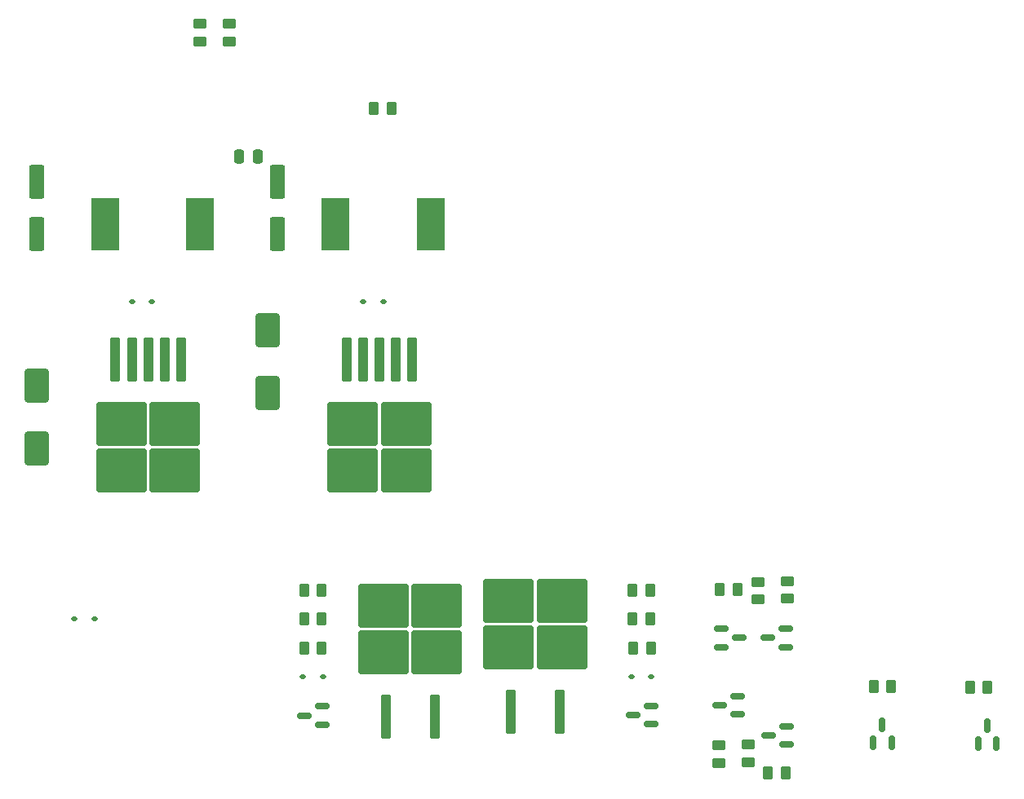
<source format=gbr>
%TF.GenerationSoftware,KiCad,Pcbnew,8.0.3*%
%TF.CreationDate,2024-07-13T16:10:20+00:00*%
%TF.ProjectId,jacuzzi,6a616375-7a7a-4692-9e6b-696361645f70,rev?*%
%TF.SameCoordinates,Original*%
%TF.FileFunction,Paste,Bot*%
%TF.FilePolarity,Positive*%
%FSLAX46Y46*%
G04 Gerber Fmt 4.6, Leading zero omitted, Abs format (unit mm)*
G04 Created by KiCad (PCBNEW 8.0.3) date 2024-07-13 16:10:20*
%MOMM*%
%LPD*%
G01*
G04 APERTURE LIST*
G04 Aperture macros list*
%AMRoundRect*
0 Rectangle with rounded corners*
0 $1 Rounding radius*
0 $2 $3 $4 $5 $6 $7 $8 $9 X,Y pos of 4 corners*
0 Add a 4 corners polygon primitive as box body*
4,1,4,$2,$3,$4,$5,$6,$7,$8,$9,$2,$3,0*
0 Add four circle primitives for the rounded corners*
1,1,$1+$1,$2,$3*
1,1,$1+$1,$4,$5*
1,1,$1+$1,$6,$7*
1,1,$1+$1,$8,$9*
0 Add four rect primitives between the rounded corners*
20,1,$1+$1,$2,$3,$4,$5,0*
20,1,$1+$1,$4,$5,$6,$7,0*
20,1,$1+$1,$6,$7,$8,$9,0*
20,1,$1+$1,$8,$9,$2,$3,0*%
G04 Aperture macros list end*
%ADD10RoundRect,0.250000X-0.262500X-0.450000X0.262500X-0.450000X0.262500X0.450000X-0.262500X0.450000X0*%
%ADD11RoundRect,0.250000X0.450000X-0.262500X0.450000X0.262500X-0.450000X0.262500X-0.450000X-0.262500X0*%
%ADD12RoundRect,0.150000X0.587500X0.150000X-0.587500X0.150000X-0.587500X-0.150000X0.587500X-0.150000X0*%
%ADD13RoundRect,0.250000X0.300000X-2.050000X0.300000X2.050000X-0.300000X2.050000X-0.300000X-2.050000X0*%
%ADD14RoundRect,0.250000X2.375000X-2.025000X2.375000X2.025000X-2.375000X2.025000X-2.375000X-2.025000X0*%
%ADD15RoundRect,0.250000X-0.300000X2.050000X-0.300000X-2.050000X0.300000X-2.050000X0.300000X2.050000X0*%
%ADD16RoundRect,0.250000X-2.375000X2.025000X-2.375000X-2.025000X2.375000X-2.025000X2.375000X2.025000X0*%
%ADD17RoundRect,0.250000X0.262500X0.450000X-0.262500X0.450000X-0.262500X-0.450000X0.262500X-0.450000X0*%
%ADD18RoundRect,0.250000X-0.450000X0.262500X-0.450000X-0.262500X0.450000X-0.262500X0.450000X0.262500X0*%
%ADD19RoundRect,0.150000X-0.587500X-0.150000X0.587500X-0.150000X0.587500X0.150000X-0.587500X0.150000X0*%
%ADD20RoundRect,0.250000X-1.000000X1.500000X-1.000000X-1.500000X1.000000X-1.500000X1.000000X1.500000X0*%
%ADD21RoundRect,0.250000X0.550000X-1.500000X0.550000X1.500000X-0.550000X1.500000X-0.550000X-1.500000X0*%
%ADD22R,2.900000X5.400000*%
%ADD23RoundRect,0.112500X0.187500X0.112500X-0.187500X0.112500X-0.187500X-0.112500X0.187500X-0.112500X0*%
%ADD24RoundRect,0.112500X-0.187500X-0.112500X0.187500X-0.112500X0.187500X0.112500X-0.187500X0.112500X0*%
%ADD25RoundRect,0.150000X0.150000X-0.587500X0.150000X0.587500X-0.150000X0.587500X-0.150000X-0.587500X0*%
%ADD26RoundRect,0.250000X-0.250000X-0.475000X0.250000X-0.475000X0.250000X0.475000X-0.250000X0.475000X0*%
G04 APERTURE END LIST*
D10*
%TO.C,R4*%
X139672500Y-105500000D03*
X141497500Y-105500000D03*
%TD*%
D11*
%TO.C,R23*%
X97810000Y-45500000D03*
X97810000Y-43675000D03*
%TD*%
%TO.C,R24*%
X94810000Y-45500000D03*
X94810000Y-43675000D03*
%TD*%
D12*
%TO.C,Q2*%
X155585000Y-106500000D03*
X155585000Y-108400000D03*
X153710000Y-107450000D03*
%TD*%
D13*
%TO.C,Q6*%
X132125000Y-115150000D03*
D14*
X126810000Y-108425000D03*
X132360000Y-108425000D03*
X126810000Y-103575000D03*
X132360000Y-103575000D03*
D13*
X127045000Y-115150000D03*
%TD*%
D10*
%TO.C,R8*%
X174672500Y-112562500D03*
X176497500Y-112562500D03*
%TD*%
D15*
%TO.C,U1*%
X110010000Y-78500000D03*
X111710000Y-78500000D03*
X113410000Y-78500000D03*
D16*
X116185000Y-85225000D03*
X110635000Y-85225000D03*
X116185000Y-90075000D03*
X110635000Y-90075000D03*
D15*
X115110000Y-78500000D03*
X116810000Y-78500000D03*
%TD*%
D17*
%TO.C,R3*%
X107410000Y-108500000D03*
X105585000Y-108500000D03*
%TD*%
D18*
%TO.C,R12*%
X148647500Y-118587500D03*
X148647500Y-120412500D03*
%TD*%
D19*
%TO.C,D12*%
X148835000Y-108400000D03*
X148835000Y-106500000D03*
X150710000Y-107450000D03*
%TD*%
D18*
%TO.C,R15*%
X155710000Y-101537500D03*
X155710000Y-103362500D03*
%TD*%
D20*
%TO.C,C2*%
X101810000Y-75500000D03*
X101810000Y-82000000D03*
%TD*%
D21*
%TO.C,C3*%
X102810000Y-65500000D03*
X102810000Y-60100000D03*
%TD*%
D17*
%TO.C,R11*%
X155560000Y-121500000D03*
X153735000Y-121500000D03*
%TD*%
D22*
%TO.C,L2*%
X84910000Y-64500000D03*
X94810000Y-64500000D03*
%TD*%
D17*
%TO.C,R2*%
X107410000Y-102500000D03*
X105585000Y-102500000D03*
%TD*%
D23*
%TO.C,D1*%
X107547500Y-111500000D03*
X105447500Y-111500000D03*
%TD*%
D24*
%TO.C,D21*%
X87710000Y-72500000D03*
X89810000Y-72500000D03*
%TD*%
%TO.C,D3*%
X139535000Y-111500000D03*
X141635000Y-111500000D03*
%TD*%
D12*
%TO.C,Q3*%
X107460000Y-114550000D03*
X107460000Y-116450000D03*
X105585000Y-115500000D03*
%TD*%
D17*
%TO.C,R1*%
X107410000Y-105500000D03*
X105585000Y-105500000D03*
%TD*%
%TO.C,R6*%
X141585000Y-108500000D03*
X139760000Y-108500000D03*
%TD*%
D10*
%TO.C,R14*%
X148710000Y-102450000D03*
X150535000Y-102450000D03*
%TD*%
D22*
%TO.C,L1*%
X108810000Y-64500000D03*
X118710000Y-64500000D03*
%TD*%
D15*
%TO.C,U2*%
X86010000Y-78500000D03*
X87710000Y-78500000D03*
X89410000Y-78500000D03*
D16*
X92185000Y-85225000D03*
X86635000Y-85225000D03*
X92185000Y-90075000D03*
X86635000Y-90075000D03*
D15*
X91110000Y-78500000D03*
X92810000Y-78500000D03*
%TD*%
D10*
%TO.C,R7*%
X164672500Y-112500000D03*
X166497500Y-112500000D03*
%TD*%
D12*
%TO.C,Q1*%
X150585000Y-113487500D03*
X150585000Y-115387500D03*
X148710000Y-114437500D03*
%TD*%
D25*
%TO.C,D6*%
X166535000Y-118375000D03*
X164635000Y-118375000D03*
X165585000Y-116500000D03*
%TD*%
D18*
%TO.C,R16*%
X152710000Y-101625000D03*
X152710000Y-103450000D03*
%TD*%
D12*
%TO.C,D10*%
X155647500Y-116600000D03*
X155647500Y-118500000D03*
X153772500Y-117550000D03*
%TD*%
D17*
%TO.C,R21*%
X114635000Y-52500000D03*
X112810000Y-52500000D03*
%TD*%
D12*
%TO.C,Q5*%
X141585000Y-114500000D03*
X141585000Y-116400000D03*
X139710000Y-115450000D03*
%TD*%
D24*
%TO.C,D20*%
X111710000Y-72500000D03*
X113810000Y-72500000D03*
%TD*%
D13*
%TO.C,Q4*%
X119125000Y-115650000D03*
D14*
X113810000Y-108925000D03*
X119360000Y-108925000D03*
X113810000Y-104075000D03*
X119360000Y-104075000D03*
D13*
X114045000Y-115650000D03*
%TD*%
D24*
%TO.C,D5*%
X81710000Y-105500000D03*
X83810000Y-105500000D03*
%TD*%
D20*
%TO.C,C4*%
X77810000Y-81250000D03*
X77810000Y-87750000D03*
%TD*%
D11*
%TO.C,R13*%
X151647500Y-120325000D03*
X151647500Y-118500000D03*
%TD*%
D10*
%TO.C,R5*%
X139672500Y-102500000D03*
X141497500Y-102500000D03*
%TD*%
D25*
%TO.C,D7*%
X177447500Y-118437500D03*
X175547500Y-118437500D03*
X176497500Y-116562500D03*
%TD*%
D21*
%TO.C,C5*%
X77810000Y-65500000D03*
X77810000Y-60100000D03*
%TD*%
D26*
%TO.C,C1*%
X98860000Y-57500000D03*
X100760000Y-57500000D03*
%TD*%
M02*

</source>
